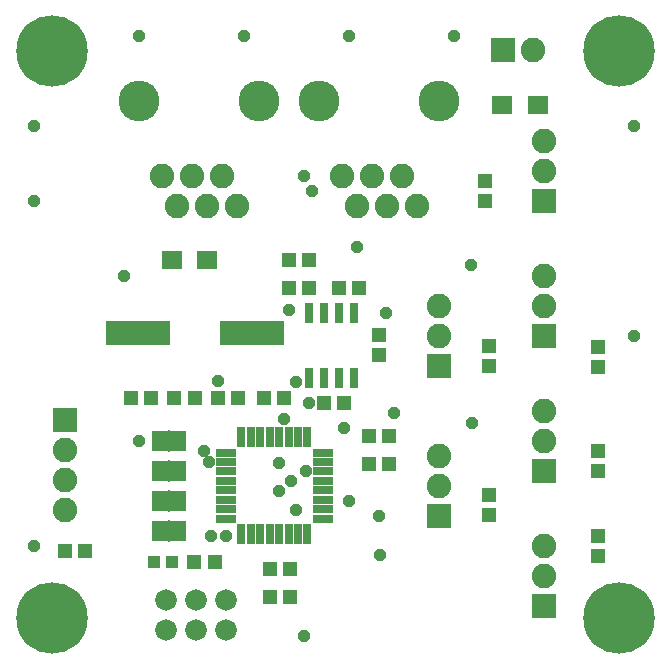
<source format=gbr>
G75*
G70*
%OFA0B0*%
%FSLAX24Y24*%
%IPPOS*%
%LPD*%
%AMOC8*
5,1,8,0,0,1.08239X$1,22.5*
%
%ADD10R,0.0280X0.0660*%
%ADD11R,0.0660X0.0280*%
%ADD12R,0.0474X0.0513*%
%ADD13R,0.0513X0.0474*%
%ADD14R,0.2180X0.0840*%
%ADD15R,0.0316X0.0671*%
%ADD16R,0.0710X0.0631*%
%ADD17C,0.0720*%
%ADD18R,0.0395X0.0395*%
%ADD19R,0.0540X0.0710*%
%ADD20R,0.0060X0.0720*%
%ADD21C,0.2380*%
%ADD22C,0.0820*%
%ADD23C,0.1360*%
%ADD24R,0.0820X0.0820*%
%ADD25OC8,0.0397*%
D10*
X008050Y004605D03*
X008360Y004605D03*
X008680Y004605D03*
X008990Y004605D03*
X009310Y004605D03*
X009620Y004605D03*
X009940Y004605D03*
X010250Y004605D03*
X010250Y007845D03*
X009940Y007845D03*
X009620Y007845D03*
X009310Y007845D03*
X008990Y007845D03*
X008680Y007845D03*
X008360Y007845D03*
X008050Y007845D03*
D11*
X007530Y007325D03*
X007530Y007015D03*
X007530Y006695D03*
X007530Y006385D03*
X007530Y006065D03*
X007530Y005755D03*
X007530Y005435D03*
X007530Y005125D03*
X010770Y005125D03*
X010770Y005435D03*
X010770Y005755D03*
X010770Y006065D03*
X010770Y006385D03*
X010770Y006695D03*
X010770Y007015D03*
X010770Y007325D03*
D12*
X012292Y006954D03*
X012961Y006954D03*
X011477Y008973D03*
X010807Y008973D03*
X011315Y012804D03*
X011985Y012804D03*
X010315Y013757D03*
X009646Y013757D03*
X006489Y009150D03*
X005819Y009150D03*
X006485Y003674D03*
X007154Y003674D03*
X016292Y005229D03*
X016292Y005898D03*
X019941Y006721D03*
X019941Y007391D03*
X019941Y004556D03*
X019941Y003887D03*
X019941Y010166D03*
X019941Y010835D03*
X016311Y010894D03*
X016311Y010225D03*
X016162Y015702D03*
X016162Y016371D03*
D13*
X012650Y011241D03*
X012650Y010572D03*
X010315Y012804D03*
X009646Y012804D03*
X009461Y009150D03*
X008792Y009150D03*
X007930Y009150D03*
X007260Y009150D03*
X005044Y009150D03*
X004374Y009150D03*
X002847Y004060D03*
X002178Y004060D03*
X009000Y003461D03*
X009670Y003461D03*
X009670Y002524D03*
X009000Y002524D03*
X012296Y007871D03*
X012965Y007871D03*
D14*
X008400Y011320D03*
X004600Y011320D03*
D15*
X010309Y011989D03*
X010809Y011989D03*
X011309Y011989D03*
X011809Y011989D03*
X011809Y009824D03*
X011309Y009824D03*
X010809Y009824D03*
X010309Y009824D03*
D16*
X006906Y013757D03*
X005725Y013757D03*
X016744Y018910D03*
X017926Y018910D03*
D17*
X007524Y002410D03*
X007524Y001410D03*
X006524Y001410D03*
X006524Y002410D03*
X005524Y002410D03*
X005524Y001410D03*
D18*
X005741Y003674D03*
X005150Y003674D03*
D19*
X005350Y004725D03*
X005950Y004725D03*
X005950Y005725D03*
X005350Y005725D03*
X005350Y006725D03*
X005950Y006725D03*
X005950Y007725D03*
X005350Y007725D03*
D20*
X005650Y007725D03*
X005650Y006725D03*
X005650Y005725D03*
X005650Y004725D03*
D21*
X001725Y001800D03*
X020622Y001800D03*
X020622Y020698D03*
X001725Y020698D03*
D22*
X005400Y016540D03*
X006400Y016540D03*
X007400Y016540D03*
X006900Y015540D03*
X005900Y015540D03*
X007900Y015540D03*
X011400Y016540D03*
X011900Y015540D03*
X012400Y016540D03*
X013400Y016540D03*
X012900Y015540D03*
X013900Y015540D03*
X014650Y012225D03*
X014650Y011225D03*
X018150Y012225D03*
X018150Y013225D03*
X018150Y016725D03*
X018150Y017725D03*
X017756Y020745D03*
X018150Y008725D03*
X018150Y007725D03*
X014650Y007225D03*
X014650Y006225D03*
X018150Y004225D03*
X018150Y003225D03*
X002174Y005406D03*
X002174Y006406D03*
X002174Y007406D03*
D23*
X004650Y019040D03*
X008650Y019040D03*
X010650Y019040D03*
X014650Y019040D03*
D24*
X016756Y020745D03*
X018150Y015725D03*
X018150Y011225D03*
X014650Y010225D03*
X018150Y006725D03*
X014650Y005225D03*
X018150Y002225D03*
X002174Y008406D03*
D25*
X004650Y007725D03*
X006811Y007391D03*
X006969Y006997D03*
X009310Y006976D03*
X009705Y006387D03*
X009310Y006032D03*
X009874Y005402D03*
X010217Y006702D03*
X011650Y005725D03*
X012650Y005225D03*
X012670Y003926D03*
X010150Y001225D03*
X007540Y004536D03*
X007020Y004536D03*
X009469Y008454D03*
X010296Y008985D03*
X009874Y009694D03*
X011477Y008139D03*
X013150Y008631D03*
X015737Y008316D03*
X012886Y011989D03*
X011902Y014162D03*
X010406Y016040D03*
X010150Y016544D03*
X009646Y012076D03*
X007264Y009713D03*
X004150Y013225D03*
X001150Y015725D03*
X001150Y018225D03*
X004650Y021225D03*
X008150Y021225D03*
X011650Y021225D03*
X015150Y021225D03*
X021150Y018225D03*
X015697Y013591D03*
X021150Y011225D03*
X001150Y004225D03*
M02*

</source>
